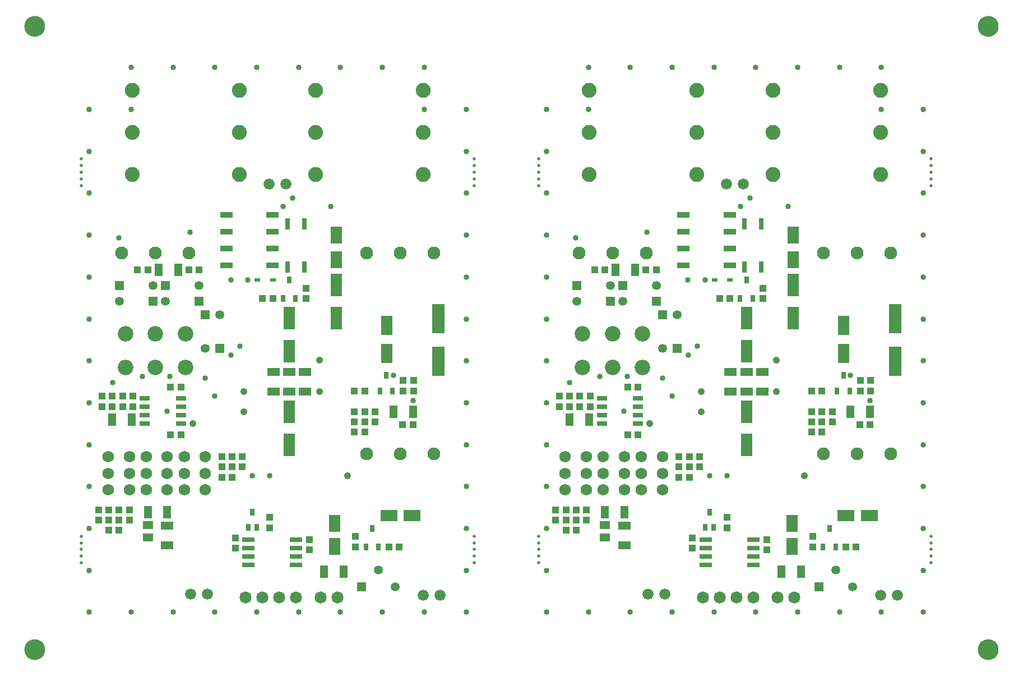
<source format=gts>
G04*
G04 #@! TF.GenerationSoftware,Altium Limited,Altium Designer,19.1.6 (110)*
G04*
G04 Layer_Color=8388736*
%FSLAX25Y25*%
%MOIN*%
G70*
G01*
G75*
%ADD10C,0.11811*%
%ADD31C,0.01968*%
%ADD54C,0.12402*%
%ADD55R,0.02756X0.04134*%
%ADD56R,0.04331X0.04134*%
%ADD57R,0.07677X0.02953*%
%ADD58R,0.04921X0.07480*%
%ADD59R,0.06890X0.10433*%
%ADD60R,0.02953X0.04331*%
%ADD61R,0.10433X0.06890*%
%ADD62R,0.04134X0.04331*%
%ADD63R,0.07677X0.03740*%
%ADD64R,0.02953X0.06890*%
%ADD65R,0.03740X0.02165*%
%ADD66R,0.06890X0.13189*%
%ADD67R,0.07087X0.10433*%
%ADD68R,0.07480X0.04921*%
%ADD69R,0.06102X0.04528*%
%ADD70R,0.07677X0.17323*%
%ADD71R,0.06890X0.11614*%
%ADD72R,0.06299X0.02953*%
%ADD73C,0.05315*%
%ADD74R,0.05315X0.05315*%
%ADD75R,0.05315X0.05315*%
%ADD76C,0.06591*%
%ADD77C,0.07678*%
%ADD78C,0.07191*%
%ADD79C,0.09252*%
%ADD80C,0.06890*%
%ADD81C,0.08859*%
%ADD82C,0.03347*%
%ADD83C,0.04091*%
D10*
X11811Y11811D02*
D03*
X578740D02*
D03*
Y381890D02*
D03*
X11811Y381890D02*
D03*
D31*
X311319Y303249D02*
D03*
Y299311D02*
D03*
Y295374D02*
D03*
Y287500D02*
D03*
Y291437D02*
D03*
Y67323D02*
D03*
Y63386D02*
D03*
Y71260D02*
D03*
Y75197D02*
D03*
Y79134D02*
D03*
X544882Y291437D02*
D03*
Y287500D02*
D03*
Y295374D02*
D03*
Y299311D02*
D03*
Y303249D02*
D03*
Y67323D02*
D03*
Y63386D02*
D03*
Y71260D02*
D03*
Y75197D02*
D03*
Y79134D02*
D03*
X273031D02*
D03*
Y75197D02*
D03*
Y71260D02*
D03*
Y63386D02*
D03*
Y67323D02*
D03*
Y303249D02*
D03*
Y299311D02*
D03*
Y295374D02*
D03*
Y287500D02*
D03*
Y291437D02*
D03*
X39469Y79134D02*
D03*
Y75197D02*
D03*
Y71260D02*
D03*
Y63386D02*
D03*
Y67323D02*
D03*
Y291437D02*
D03*
Y287500D02*
D03*
Y295374D02*
D03*
Y299311D02*
D03*
Y303249D02*
D03*
D54*
X11811Y11811D02*
D03*
X578740Y11811D02*
D03*
Y381890D02*
D03*
X11811Y381890D02*
D03*
D55*
X141191Y93221D02*
D03*
X143749Y84363D02*
D03*
X138631D02*
D03*
X413061Y93221D02*
D03*
X415620Y84363D02*
D03*
X410501D02*
D03*
D56*
X151427Y90291D02*
D03*
Y84189D02*
D03*
X131053Y77988D02*
D03*
Y71886D02*
D03*
X202509Y78973D02*
D03*
Y72870D02*
D03*
X175147Y77004D02*
D03*
Y70902D02*
D03*
X173080Y220409D02*
D03*
Y226512D02*
D03*
X61860Y88717D02*
D03*
Y94819D02*
D03*
X55757Y88717D02*
D03*
Y94819D02*
D03*
X67962Y88717D02*
D03*
Y94819D02*
D03*
X49655Y88717D02*
D03*
Y94819D02*
D03*
X135187Y120213D02*
D03*
Y126315D02*
D03*
X214124Y153185D02*
D03*
Y147083D02*
D03*
X70127Y162240D02*
D03*
Y156138D02*
D03*
X64025D02*
D03*
Y162240D02*
D03*
X57923D02*
D03*
Y156138D02*
D03*
X51820D02*
D03*
Y162240D02*
D03*
X423297Y90291D02*
D03*
Y84189D02*
D03*
X402923Y77988D02*
D03*
Y71886D02*
D03*
X474379Y78973D02*
D03*
Y72870D02*
D03*
X447017Y77004D02*
D03*
Y70902D02*
D03*
X444950Y220409D02*
D03*
Y226512D02*
D03*
X333730Y88717D02*
D03*
Y94819D02*
D03*
X327628Y88717D02*
D03*
Y94819D02*
D03*
X339832Y88717D02*
D03*
Y94819D02*
D03*
X321525Y88717D02*
D03*
Y94819D02*
D03*
X407057Y120213D02*
D03*
Y126315D02*
D03*
X485994Y153185D02*
D03*
Y147083D02*
D03*
X341998Y162240D02*
D03*
Y156138D02*
D03*
X335895D02*
D03*
Y162240D02*
D03*
X329793D02*
D03*
Y156138D02*
D03*
X323691D02*
D03*
Y162240D02*
D03*
D57*
X167175Y71925D02*
D03*
Y76925D02*
D03*
Y61925D02*
D03*
Y66925D02*
D03*
X138828Y71925D02*
D03*
Y76925D02*
D03*
Y66925D02*
D03*
Y61925D02*
D03*
X439045Y71925D02*
D03*
Y76925D02*
D03*
Y61925D02*
D03*
Y66925D02*
D03*
X410698Y71925D02*
D03*
Y76925D02*
D03*
Y66925D02*
D03*
Y61925D02*
D03*
D58*
X183907Y57910D02*
D03*
X195521D02*
D03*
X78986Y93441D02*
D03*
X90600D02*
D03*
X236663Y153185D02*
D03*
X225049D02*
D03*
X69537Y148461D02*
D03*
X57923D02*
D03*
X85383Y237536D02*
D03*
X96998D02*
D03*
X455777Y57910D02*
D03*
X467391D02*
D03*
X350856Y93441D02*
D03*
X362470D02*
D03*
X508533Y153185D02*
D03*
X496919D02*
D03*
X341407Y148461D02*
D03*
X329793D02*
D03*
X357254Y237536D02*
D03*
X368868D02*
D03*
D59*
X190206Y86834D02*
D03*
Y72883D02*
D03*
X462076Y86834D02*
D03*
Y72883D02*
D03*
D60*
X212450Y83697D02*
D03*
X208710Y72870D02*
D03*
X216191D02*
D03*
X163139Y231236D02*
D03*
X166880Y220409D02*
D03*
X159399D02*
D03*
X217076Y165488D02*
D03*
X224557D02*
D03*
X220816Y174740D02*
D03*
X484320Y83697D02*
D03*
X480580Y72870D02*
D03*
X488061D02*
D03*
X435009Y231236D02*
D03*
X438750Y220409D02*
D03*
X431269D02*
D03*
X488946Y165488D02*
D03*
X496427D02*
D03*
X492687Y174740D02*
D03*
D61*
X236257Y91374D02*
D03*
X222305D02*
D03*
X508127D02*
D03*
X494176D02*
D03*
D62*
X228395Y72870D02*
D03*
X222293D02*
D03*
X153297Y220409D02*
D03*
X147195D02*
D03*
X61860Y82713D02*
D03*
X55757D02*
D03*
X129183Y126315D02*
D03*
X123080D02*
D03*
Y120213D02*
D03*
X129183D02*
D03*
X129183Y114110D02*
D03*
X123080D02*
D03*
X236958Y171689D02*
D03*
X230856D02*
D03*
X236958Y165488D02*
D03*
X230856D02*
D03*
X201919Y153185D02*
D03*
X208021D02*
D03*
X208021Y147083D02*
D03*
X201919D02*
D03*
X208021Y140980D02*
D03*
X201919D02*
D03*
X230561Y145409D02*
D03*
X236663D02*
D03*
X208021Y165488D02*
D03*
X201919D02*
D03*
X98671Y167654D02*
D03*
X92568D02*
D03*
X92574Y139406D02*
D03*
X98676D02*
D03*
X109517Y237536D02*
D03*
X103415D02*
D03*
X78986D02*
D03*
X72883D02*
D03*
X500265Y72870D02*
D03*
X494163D02*
D03*
X425167Y220409D02*
D03*
X419065D02*
D03*
X333730Y82713D02*
D03*
X327628D02*
D03*
X401053Y126315D02*
D03*
X394951D02*
D03*
Y120213D02*
D03*
X401053D02*
D03*
X401053Y114110D02*
D03*
X394951D02*
D03*
X508828Y171689D02*
D03*
X502726D02*
D03*
X508828Y165488D02*
D03*
X502726D02*
D03*
X473789Y153185D02*
D03*
X479891D02*
D03*
X479891Y147083D02*
D03*
X473789D02*
D03*
X479891Y140980D02*
D03*
X473789D02*
D03*
X502431Y145409D02*
D03*
X508533D02*
D03*
X479891Y165488D02*
D03*
X473789D02*
D03*
X370541Y167654D02*
D03*
X364439D02*
D03*
X364444Y139406D02*
D03*
X370546D02*
D03*
X381387Y237536D02*
D03*
X375285D02*
D03*
X350856D02*
D03*
X344754D02*
D03*
D63*
X125683Y239957D02*
D03*
Y249957D02*
D03*
Y269957D02*
D03*
Y259957D02*
D03*
X153242D02*
D03*
Y269957D02*
D03*
Y249957D02*
D03*
Y239957D02*
D03*
X397553D02*
D03*
Y249957D02*
D03*
Y269957D02*
D03*
Y259957D02*
D03*
X425112D02*
D03*
Y269957D02*
D03*
Y249957D02*
D03*
Y239957D02*
D03*
D64*
X161978Y239110D02*
D03*
X171978D02*
D03*
X161978Y264701D02*
D03*
X171978D02*
D03*
X433848Y239110D02*
D03*
X443848D02*
D03*
X433848Y264701D02*
D03*
X443848D02*
D03*
D65*
X144242Y231335D02*
D03*
X153297D02*
D03*
X416112D02*
D03*
X425167D02*
D03*
D66*
X163139Y188927D02*
D03*
Y208781D02*
D03*
X190994Y228466D02*
D03*
Y208613D02*
D03*
X163139Y153087D02*
D03*
Y133233D02*
D03*
X435009Y188927D02*
D03*
Y208781D02*
D03*
X462864Y228466D02*
D03*
Y208613D02*
D03*
X435009Y153087D02*
D03*
Y133233D02*
D03*
D67*
X190994Y243244D02*
D03*
Y258008D02*
D03*
X462864Y243244D02*
D03*
Y258008D02*
D03*
D68*
X90600Y73756D02*
D03*
Y85370D02*
D03*
X172588Y165193D02*
D03*
Y176807D02*
D03*
X163139Y176807D02*
D03*
Y165193D02*
D03*
X153691Y176807D02*
D03*
Y165193D02*
D03*
X362470Y73756D02*
D03*
Y85370D02*
D03*
X444458Y165193D02*
D03*
Y176807D02*
D03*
X435009Y176807D02*
D03*
Y165193D02*
D03*
X425561Y176807D02*
D03*
Y165193D02*
D03*
D69*
X78980Y78284D02*
D03*
Y85567D02*
D03*
X350851Y78284D02*
D03*
Y85567D02*
D03*
D70*
X251722Y208402D02*
D03*
Y183008D02*
D03*
X523592Y208402D02*
D03*
Y183008D02*
D03*
D71*
X221013Y204538D02*
D03*
Y187634D02*
D03*
X492883Y204538D02*
D03*
Y187634D02*
D03*
D72*
X98671Y146079D02*
D03*
Y151079D02*
D03*
Y156079D02*
D03*
Y161079D02*
D03*
X77214Y146079D02*
D03*
Y151079D02*
D03*
Y156079D02*
D03*
Y161079D02*
D03*
X370541Y146079D02*
D03*
Y151079D02*
D03*
Y156079D02*
D03*
Y161079D02*
D03*
X349084Y146079D02*
D03*
Y151079D02*
D03*
Y156079D02*
D03*
Y161079D02*
D03*
D73*
X121899Y210823D02*
D03*
X113238Y190823D02*
D03*
X62273Y218835D02*
D03*
X89517D02*
D03*
X82273Y228012D02*
D03*
X109517D02*
D03*
X226250Y49051D02*
D03*
X216250Y59051D02*
D03*
X393769Y210823D02*
D03*
X385108Y190823D02*
D03*
X334143Y218835D02*
D03*
X361387D02*
D03*
X354143Y228012D02*
D03*
X381387D02*
D03*
X498120Y49051D02*
D03*
X488120Y59051D02*
D03*
D74*
X121899Y190823D02*
D03*
X113238Y210823D02*
D03*
X393769Y190823D02*
D03*
X385108Y210823D02*
D03*
D75*
X82273Y218835D02*
D03*
X109517D02*
D03*
X62273Y228012D02*
D03*
X89517D02*
D03*
X206250Y49051D02*
D03*
X354143Y218835D02*
D03*
X381387D02*
D03*
X334143Y228012D02*
D03*
X361387D02*
D03*
X478120Y49051D02*
D03*
D76*
X151250Y288421D02*
D03*
X161250D02*
D03*
X104490Y44660D02*
D03*
X114490D02*
D03*
X242779Y44209D02*
D03*
X252779D02*
D03*
X423120Y288421D02*
D03*
X433120D02*
D03*
X376360Y44660D02*
D03*
X386360D02*
D03*
X514649Y44209D02*
D03*
X524649D02*
D03*
D77*
X249009Y247488D02*
D03*
X229009D02*
D03*
X209009D02*
D03*
X249009Y127988D02*
D03*
X229009D02*
D03*
X209009D02*
D03*
X103509Y247488D02*
D03*
X83509D02*
D03*
X63509D02*
D03*
X520880D02*
D03*
X500879D02*
D03*
X480879D02*
D03*
X520880Y127988D02*
D03*
X500879D02*
D03*
X480879D02*
D03*
X375379Y247488D02*
D03*
X355380D02*
D03*
X335380D02*
D03*
D78*
X191663Y42850D02*
D03*
X181663D02*
D03*
X147175Y42850D02*
D03*
X137175D02*
D03*
X167175D02*
D03*
X157175D02*
D03*
X463533Y42850D02*
D03*
X453533D02*
D03*
X419045Y42850D02*
D03*
X409045D02*
D03*
X439045D02*
D03*
X429045D02*
D03*
D79*
X101309Y179450D02*
D03*
X83509D02*
D03*
X65709D02*
D03*
X101309Y199450D02*
D03*
X83509D02*
D03*
X65709D02*
D03*
X373180Y179450D02*
D03*
X355380D02*
D03*
X337579D02*
D03*
X373180Y199450D02*
D03*
X355380D02*
D03*
X337579D02*
D03*
D80*
X100639Y116472D02*
D03*
Y106630D02*
D03*
Y126315D02*
D03*
X113238D02*
D03*
Y106630D02*
D03*
Y116472D02*
D03*
X67962Y116472D02*
D03*
Y126315D02*
D03*
Y106630D02*
D03*
X55364D02*
D03*
Y126315D02*
D03*
Y116472D02*
D03*
X78001Y116472D02*
D03*
Y106630D02*
D03*
Y126315D02*
D03*
X90600D02*
D03*
Y106630D02*
D03*
Y116472D02*
D03*
X372510D02*
D03*
Y106630D02*
D03*
Y126315D02*
D03*
X385108D02*
D03*
Y106630D02*
D03*
Y116472D02*
D03*
X339832Y116472D02*
D03*
Y126315D02*
D03*
Y106630D02*
D03*
X327234D02*
D03*
Y126315D02*
D03*
Y116472D02*
D03*
X349872Y116472D02*
D03*
Y106630D02*
D03*
Y126315D02*
D03*
X362470D02*
D03*
Y106630D02*
D03*
Y116472D02*
D03*
D81*
X178920Y319088D02*
D03*
X242818D02*
D03*
X178920Y344088D02*
D03*
X242818D02*
D03*
X178920Y294088D02*
D03*
X242818D02*
D03*
X69701Y319088D02*
D03*
X133599D02*
D03*
X69701Y344088D02*
D03*
X133599D02*
D03*
X69701Y294088D02*
D03*
X133599D02*
D03*
X450791Y319088D02*
D03*
X514688D02*
D03*
X450791Y344088D02*
D03*
X514688D02*
D03*
X450791Y294088D02*
D03*
X514688D02*
D03*
X341571Y319088D02*
D03*
X405470D02*
D03*
X341571Y344088D02*
D03*
X405470D02*
D03*
X341571Y294088D02*
D03*
X405470D02*
D03*
D82*
X61709Y256236D02*
D03*
X75836Y173942D02*
D03*
X113238Y173067D02*
D03*
X118909Y162240D02*
D03*
X187860Y275072D02*
D03*
X236663Y159583D02*
D03*
X225049Y174740D02*
D03*
X58021Y170311D02*
D03*
X141167Y115131D02*
D03*
X151427Y115147D02*
D03*
X165120Y279902D02*
D03*
X159498Y275072D02*
D03*
X44209Y307788D02*
D03*
X243409Y357588D02*
D03*
X44209Y33888D02*
D03*
X268309Y257988D02*
D03*
X44209Y83688D02*
D03*
X168709Y357588D02*
D03*
X193609Y33888D02*
D03*
X268309Y282888D02*
D03*
Y133488D02*
D03*
X44209D02*
D03*
X268309Y183288D02*
D03*
X44209Y233088D02*
D03*
X69109Y332688D02*
D03*
X268309D02*
D03*
X94009Y33888D02*
D03*
X268309Y58788D02*
D03*
X44209D02*
D03*
X118909Y357588D02*
D03*
X268309Y83688D02*
D03*
X44209Y257988D02*
D03*
X268309Y208188D02*
D03*
X69109Y33888D02*
D03*
X268309Y307788D02*
D03*
X118909Y33888D02*
D03*
X44209Y332688D02*
D03*
X193609Y357588D02*
D03*
X268309Y158388D02*
D03*
X243409Y332688D02*
D03*
Y33888D02*
D03*
X268309Y108588D02*
D03*
X143809Y357588D02*
D03*
X44209Y208188D02*
D03*
X168709Y33888D02*
D03*
X94009Y357588D02*
D03*
X44209Y282888D02*
D03*
X218509Y33888D02*
D03*
X268309D02*
D03*
X218509Y357588D02*
D03*
X44209Y158388D02*
D03*
X69109Y357588D02*
D03*
X268309Y233088D02*
D03*
X44209Y108588D02*
D03*
Y183288D02*
D03*
X143809Y33888D02*
D03*
X92175Y174051D02*
D03*
X133809Y192116D02*
D03*
X128494Y186846D02*
D03*
X138533Y231236D02*
D03*
X128297D02*
D03*
X103986Y259878D02*
D03*
X90305Y153284D02*
D03*
X333579Y256236D02*
D03*
X347706Y173942D02*
D03*
X385108Y173067D02*
D03*
X390779Y162240D02*
D03*
X459730Y275072D02*
D03*
X508533Y159583D02*
D03*
X496919Y174740D02*
D03*
X329891Y170311D02*
D03*
X413037Y115131D02*
D03*
X423297Y115147D02*
D03*
X436991Y279902D02*
D03*
X431368Y275072D02*
D03*
X316079Y307788D02*
D03*
X515279Y357588D02*
D03*
X316079Y33888D02*
D03*
X540179Y257988D02*
D03*
X316079Y83688D02*
D03*
X440580Y357588D02*
D03*
X465480Y33888D02*
D03*
X540179Y282888D02*
D03*
Y133488D02*
D03*
X316079D02*
D03*
X540179Y183288D02*
D03*
X316079Y233088D02*
D03*
X340980Y332688D02*
D03*
X540179D02*
D03*
X365880Y33888D02*
D03*
X540179Y58788D02*
D03*
X316079D02*
D03*
X390779Y357588D02*
D03*
X540179Y83688D02*
D03*
X316079Y257988D02*
D03*
X540179Y208188D02*
D03*
X340980Y33888D02*
D03*
X540179Y307788D02*
D03*
X390779Y33888D02*
D03*
X316079Y332688D02*
D03*
X465480Y357588D02*
D03*
X540179Y158388D02*
D03*
X515279Y332688D02*
D03*
Y33888D02*
D03*
X540179Y108588D02*
D03*
X415680Y357588D02*
D03*
X316079Y208188D02*
D03*
X440580Y33888D02*
D03*
X365880Y357588D02*
D03*
X316079Y282888D02*
D03*
X490379Y33888D02*
D03*
X540179D02*
D03*
X490379Y357588D02*
D03*
X316079Y158388D02*
D03*
X340980Y357588D02*
D03*
X540179Y233088D02*
D03*
X316079Y108588D02*
D03*
Y183288D02*
D03*
X415680Y33888D02*
D03*
X364045Y174051D02*
D03*
X405679Y192116D02*
D03*
X400364Y186846D02*
D03*
X410403Y231236D02*
D03*
X400167D02*
D03*
X375856Y259878D02*
D03*
X362175Y153284D02*
D03*
D83*
X105659Y146098D02*
D03*
X136246Y165193D02*
D03*
Y153087D02*
D03*
X181053Y183857D02*
D03*
X197687Y114898D02*
D03*
X181053Y165193D02*
D03*
X377529Y146098D02*
D03*
X408116Y165193D02*
D03*
Y153087D02*
D03*
X452923Y183857D02*
D03*
X469557Y114898D02*
D03*
X452923Y165193D02*
D03*
M02*

</source>
